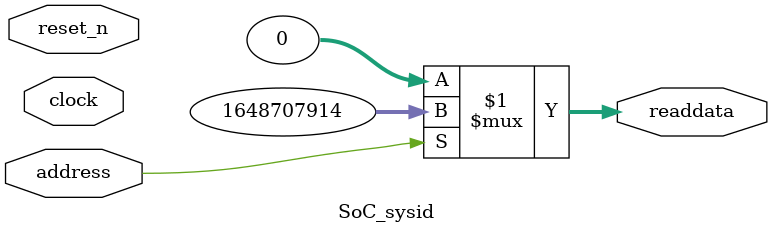
<source format=v>

`timescale 1ns / 1ps
// synthesis translate_on

// turn off superfluous verilog processor warnings 
// altera message_level Level1 
// altera message_off 10034 10035 10036 10037 10230 10240 10030 

module SoC_sysid (
               // inputs:
                address,
                clock,
                reset_n,

               // outputs:
                readdata
             )
;

  output  [ 31: 0] readdata;
  input            address;
  input            clock;
  input            reset_n;

  wire    [ 31: 0] readdata;
  //control_slave, which is an e_avalon_slave
  assign readdata = address ? 1648707914 : 0;

endmodule




</source>
